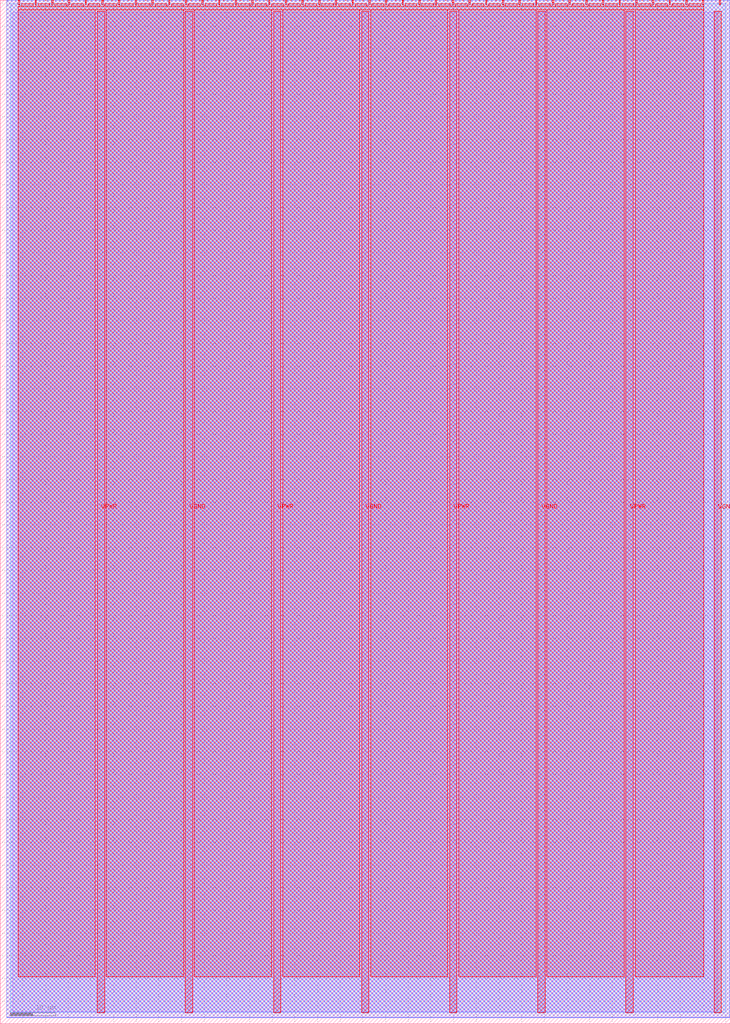
<source format=lef>
VERSION 5.7 ;
  NOWIREEXTENSIONATPIN ON ;
  DIVIDERCHAR "/" ;
  BUSBITCHARS "[]" ;
MACRO tt_um_fstolzcode
  CLASS BLOCK ;
  FOREIGN tt_um_fstolzcode ;
  ORIGIN 0.000 0.000 ;
  SIZE 161.000 BY 225.760 ;
  PIN VGND
    DIRECTION INOUT ;
    USE GROUND ;
    PORT
      LAYER met4 ;
        RECT 40.830 2.480 42.430 223.280 ;
    END
    PORT
      LAYER met4 ;
        RECT 79.700 2.480 81.300 223.280 ;
    END
    PORT
      LAYER met4 ;
        RECT 118.570 2.480 120.170 223.280 ;
    END
    PORT
      LAYER met4 ;
        RECT 157.440 2.480 159.040 223.280 ;
    END
  END VGND
  PIN VPWR
    DIRECTION INOUT ;
    USE POWER ;
    PORT
      LAYER met4 ;
        RECT 21.395 2.480 22.995 223.280 ;
    END
    PORT
      LAYER met4 ;
        RECT 60.265 2.480 61.865 223.280 ;
    END
    PORT
      LAYER met4 ;
        RECT 99.135 2.480 100.735 223.280 ;
    END
    PORT
      LAYER met4 ;
        RECT 138.005 2.480 139.605 223.280 ;
    END
  END VPWR
  PIN clk
    DIRECTION INPUT ;
    USE SIGNAL ;
    ANTENNAGATEAREA 0.852000 ;
    PORT
      LAYER met4 ;
        RECT 154.870 224.760 155.170 225.760 ;
    END
  END clk
  PIN ena
    DIRECTION INPUT ;
    USE SIGNAL ;
    PORT
      LAYER met4 ;
        RECT 158.550 224.760 158.850 225.760 ;
    END
  END ena
  PIN rst_n
    DIRECTION INPUT ;
    USE SIGNAL ;
    ANTENNAGATEAREA 0.213000 ;
    PORT
      LAYER met4 ;
        RECT 151.190 224.760 151.490 225.760 ;
    END
  END rst_n
  PIN ui_in[0]
    DIRECTION INPUT ;
    USE SIGNAL ;
    PORT
      LAYER met4 ;
        RECT 147.510 224.760 147.810 225.760 ;
    END
  END ui_in[0]
  PIN ui_in[1]
    DIRECTION INPUT ;
    USE SIGNAL ;
    PORT
      LAYER met4 ;
        RECT 143.830 224.760 144.130 225.760 ;
    END
  END ui_in[1]
  PIN ui_in[2]
    DIRECTION INPUT ;
    USE SIGNAL ;
    PORT
      LAYER met4 ;
        RECT 140.150 224.760 140.450 225.760 ;
    END
  END ui_in[2]
  PIN ui_in[3]
    DIRECTION INPUT ;
    USE SIGNAL ;
    ANTENNAGATEAREA 0.213000 ;
    PORT
      LAYER met4 ;
        RECT 136.470 224.760 136.770 225.760 ;
    END
  END ui_in[3]
  PIN ui_in[4]
    DIRECTION INPUT ;
    USE SIGNAL ;
    PORT
      LAYER met4 ;
        RECT 132.790 224.760 133.090 225.760 ;
    END
  END ui_in[4]
  PIN ui_in[5]
    DIRECTION INPUT ;
    USE SIGNAL ;
    PORT
      LAYER met4 ;
        RECT 129.110 224.760 129.410 225.760 ;
    END
  END ui_in[5]
  PIN ui_in[6]
    DIRECTION INPUT ;
    USE SIGNAL ;
    PORT
      LAYER met4 ;
        RECT 125.430 224.760 125.730 225.760 ;
    END
  END ui_in[6]
  PIN ui_in[7]
    DIRECTION INPUT ;
    USE SIGNAL ;
    PORT
      LAYER met4 ;
        RECT 121.750 224.760 122.050 225.760 ;
    END
  END ui_in[7]
  PIN uio_in[0]
    DIRECTION INPUT ;
    USE SIGNAL ;
    PORT
      LAYER met4 ;
        RECT 118.070 224.760 118.370 225.760 ;
    END
  END uio_in[0]
  PIN uio_in[1]
    DIRECTION INPUT ;
    USE SIGNAL ;
    PORT
      LAYER met4 ;
        RECT 114.390 224.760 114.690 225.760 ;
    END
  END uio_in[1]
  PIN uio_in[2]
    DIRECTION INPUT ;
    USE SIGNAL ;
    PORT
      LAYER met4 ;
        RECT 110.710 224.760 111.010 225.760 ;
    END
  END uio_in[2]
  PIN uio_in[3]
    DIRECTION INPUT ;
    USE SIGNAL ;
    PORT
      LAYER met4 ;
        RECT 107.030 224.760 107.330 225.760 ;
    END
  END uio_in[3]
  PIN uio_in[4]
    DIRECTION INPUT ;
    USE SIGNAL ;
    PORT
      LAYER met4 ;
        RECT 103.350 224.760 103.650 225.760 ;
    END
  END uio_in[4]
  PIN uio_in[5]
    DIRECTION INPUT ;
    USE SIGNAL ;
    PORT
      LAYER met4 ;
        RECT 99.670 224.760 99.970 225.760 ;
    END
  END uio_in[5]
  PIN uio_in[6]
    DIRECTION INPUT ;
    USE SIGNAL ;
    PORT
      LAYER met4 ;
        RECT 95.990 224.760 96.290 225.760 ;
    END
  END uio_in[6]
  PIN uio_in[7]
    DIRECTION INPUT ;
    USE SIGNAL ;
    PORT
      LAYER met4 ;
        RECT 92.310 224.760 92.610 225.760 ;
    END
  END uio_in[7]
  PIN uio_oe[0]
    DIRECTION OUTPUT TRISTATE ;
    USE SIGNAL ;
    PORT
      LAYER met4 ;
        RECT 29.750 224.760 30.050 225.760 ;
    END
  END uio_oe[0]
  PIN uio_oe[1]
    DIRECTION OUTPUT TRISTATE ;
    USE SIGNAL ;
    PORT
      LAYER met4 ;
        RECT 26.070 224.760 26.370 225.760 ;
    END
  END uio_oe[1]
  PIN uio_oe[2]
    DIRECTION OUTPUT TRISTATE ;
    USE SIGNAL ;
    PORT
      LAYER met4 ;
        RECT 22.390 224.760 22.690 225.760 ;
    END
  END uio_oe[2]
  PIN uio_oe[3]
    DIRECTION OUTPUT TRISTATE ;
    USE SIGNAL ;
    PORT
      LAYER met4 ;
        RECT 18.710 224.760 19.010 225.760 ;
    END
  END uio_oe[3]
  PIN uio_oe[4]
    DIRECTION OUTPUT TRISTATE ;
    USE SIGNAL ;
    PORT
      LAYER met4 ;
        RECT 15.030 224.760 15.330 225.760 ;
    END
  END uio_oe[4]
  PIN uio_oe[5]
    DIRECTION OUTPUT TRISTATE ;
    USE SIGNAL ;
    PORT
      LAYER met4 ;
        RECT 11.350 224.760 11.650 225.760 ;
    END
  END uio_oe[5]
  PIN uio_oe[6]
    DIRECTION OUTPUT TRISTATE ;
    USE SIGNAL ;
    PORT
      LAYER met4 ;
        RECT 7.670 224.760 7.970 225.760 ;
    END
  END uio_oe[6]
  PIN uio_oe[7]
    DIRECTION OUTPUT TRISTATE ;
    USE SIGNAL ;
    PORT
      LAYER met4 ;
        RECT 3.990 224.760 4.290 225.760 ;
    END
  END uio_oe[7]
  PIN uio_out[0]
    DIRECTION OUTPUT TRISTATE ;
    USE SIGNAL ;
    PORT
      LAYER met4 ;
        RECT 59.190 224.760 59.490 225.760 ;
    END
  END uio_out[0]
  PIN uio_out[1]
    DIRECTION OUTPUT TRISTATE ;
    USE SIGNAL ;
    PORT
      LAYER met4 ;
        RECT 55.510 224.760 55.810 225.760 ;
    END
  END uio_out[1]
  PIN uio_out[2]
    DIRECTION OUTPUT TRISTATE ;
    USE SIGNAL ;
    PORT
      LAYER met4 ;
        RECT 51.830 224.760 52.130 225.760 ;
    END
  END uio_out[2]
  PIN uio_out[3]
    DIRECTION OUTPUT TRISTATE ;
    USE SIGNAL ;
    PORT
      LAYER met4 ;
        RECT 48.150 224.760 48.450 225.760 ;
    END
  END uio_out[3]
  PIN uio_out[4]
    DIRECTION OUTPUT TRISTATE ;
    USE SIGNAL ;
    PORT
      LAYER met4 ;
        RECT 44.470 224.760 44.770 225.760 ;
    END
  END uio_out[4]
  PIN uio_out[5]
    DIRECTION OUTPUT TRISTATE ;
    USE SIGNAL ;
    PORT
      LAYER met4 ;
        RECT 40.790 224.760 41.090 225.760 ;
    END
  END uio_out[5]
  PIN uio_out[6]
    DIRECTION OUTPUT TRISTATE ;
    USE SIGNAL ;
    PORT
      LAYER met4 ;
        RECT 37.110 224.760 37.410 225.760 ;
    END
  END uio_out[6]
  PIN uio_out[7]
    DIRECTION OUTPUT TRISTATE ;
    USE SIGNAL ;
    PORT
      LAYER met4 ;
        RECT 33.430 224.760 33.730 225.760 ;
    END
  END uio_out[7]
  PIN uo_out[0]
    DIRECTION OUTPUT TRISTATE ;
    USE SIGNAL ;
    PORT
      LAYER met4 ;
        RECT 88.630 224.760 88.930 225.760 ;
    END
  END uo_out[0]
  PIN uo_out[1]
    DIRECTION OUTPUT TRISTATE ;
    USE SIGNAL ;
    PORT
      LAYER met4 ;
        RECT 84.950 224.760 85.250 225.760 ;
    END
  END uo_out[1]
  PIN uo_out[2]
    DIRECTION OUTPUT TRISTATE ;
    USE SIGNAL ;
    PORT
      LAYER met4 ;
        RECT 81.270 224.760 81.570 225.760 ;
    END
  END uo_out[2]
  PIN uo_out[3]
    DIRECTION OUTPUT TRISTATE ;
    USE SIGNAL ;
    PORT
      LAYER met4 ;
        RECT 77.590 224.760 77.890 225.760 ;
    END
  END uo_out[3]
  PIN uo_out[4]
    DIRECTION OUTPUT TRISTATE ;
    USE SIGNAL ;
    ANTENNADIFFAREA 0.795200 ;
    PORT
      LAYER met4 ;
        RECT 73.910 224.760 74.210 225.760 ;
    END
  END uo_out[4]
  PIN uo_out[5]
    DIRECTION OUTPUT TRISTATE ;
    USE SIGNAL ;
    PORT
      LAYER met4 ;
        RECT 70.230 224.760 70.530 225.760 ;
    END
  END uo_out[5]
  PIN uo_out[6]
    DIRECTION OUTPUT TRISTATE ;
    USE SIGNAL ;
    PORT
      LAYER met4 ;
        RECT 66.550 224.760 66.850 225.760 ;
    END
  END uo_out[6]
  PIN uo_out[7]
    DIRECTION OUTPUT TRISTATE ;
    USE SIGNAL ;
    PORT
      LAYER met4 ;
        RECT 62.870 224.760 63.170 225.760 ;
    END
  END uo_out[7]
  OBS
      LAYER li1 ;
        RECT 2.760 2.635 158.240 223.125 ;
      LAYER met1 ;
        RECT 1.450 1.400 160.930 225.720 ;
      LAYER met2 ;
        RECT 1.480 1.370 160.900 225.750 ;
      LAYER met3 ;
        RECT 2.365 2.555 160.015 224.905 ;
      LAYER met4 ;
        RECT 4.690 224.360 7.270 224.905 ;
        RECT 8.370 224.360 10.950 224.905 ;
        RECT 12.050 224.360 14.630 224.905 ;
        RECT 15.730 224.360 18.310 224.905 ;
        RECT 19.410 224.360 21.990 224.905 ;
        RECT 23.090 224.360 25.670 224.905 ;
        RECT 26.770 224.360 29.350 224.905 ;
        RECT 30.450 224.360 33.030 224.905 ;
        RECT 34.130 224.360 36.710 224.905 ;
        RECT 37.810 224.360 40.390 224.905 ;
        RECT 41.490 224.360 44.070 224.905 ;
        RECT 45.170 224.360 47.750 224.905 ;
        RECT 48.850 224.360 51.430 224.905 ;
        RECT 52.530 224.360 55.110 224.905 ;
        RECT 56.210 224.360 58.790 224.905 ;
        RECT 59.890 224.360 62.470 224.905 ;
        RECT 63.570 224.360 66.150 224.905 ;
        RECT 67.250 224.360 69.830 224.905 ;
        RECT 70.930 224.360 73.510 224.905 ;
        RECT 74.610 224.360 77.190 224.905 ;
        RECT 78.290 224.360 80.870 224.905 ;
        RECT 81.970 224.360 84.550 224.905 ;
        RECT 85.650 224.360 88.230 224.905 ;
        RECT 89.330 224.360 91.910 224.905 ;
        RECT 93.010 224.360 95.590 224.905 ;
        RECT 96.690 224.360 99.270 224.905 ;
        RECT 100.370 224.360 102.950 224.905 ;
        RECT 104.050 224.360 106.630 224.905 ;
        RECT 107.730 224.360 110.310 224.905 ;
        RECT 111.410 224.360 113.990 224.905 ;
        RECT 115.090 224.360 117.670 224.905 ;
        RECT 118.770 224.360 121.350 224.905 ;
        RECT 122.450 224.360 125.030 224.905 ;
        RECT 126.130 224.360 128.710 224.905 ;
        RECT 129.810 224.360 132.390 224.905 ;
        RECT 133.490 224.360 136.070 224.905 ;
        RECT 137.170 224.360 139.750 224.905 ;
        RECT 140.850 224.360 143.430 224.905 ;
        RECT 144.530 224.360 147.110 224.905 ;
        RECT 148.210 224.360 150.790 224.905 ;
        RECT 151.890 224.360 154.470 224.905 ;
        RECT 3.975 223.680 155.185 224.360 ;
        RECT 3.975 10.375 20.995 223.680 ;
        RECT 23.395 10.375 40.430 223.680 ;
        RECT 42.830 10.375 59.865 223.680 ;
        RECT 62.265 10.375 79.300 223.680 ;
        RECT 81.700 10.375 98.735 223.680 ;
        RECT 101.135 10.375 118.170 223.680 ;
        RECT 120.570 10.375 137.605 223.680 ;
        RECT 140.005 10.375 155.185 223.680 ;
  END
END tt_um_fstolzcode
END LIBRARY


</source>
